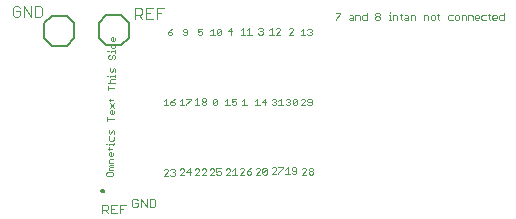
<source format=gto>
G75*
%MOIN*%
%OFA0B0*%
%FSLAX25Y25*%
%IPPOS*%
%LPD*%
%AMOC8*
5,1,8,0,0,1.08239X$1,22.5*
%
%ADD10C,0.00300*%
%ADD11C,0.00200*%
%ADD12C,0.00800*%
%ADD13C,0.00600*%
%ADD14C,0.00400*%
D10*
X0037383Y0009824D02*
X0037383Y0012726D01*
X0038834Y0012726D01*
X0039318Y0012243D01*
X0039318Y0011275D01*
X0038834Y0010791D01*
X0037383Y0010791D01*
X0038351Y0010791D02*
X0039318Y0009824D01*
X0040330Y0009824D02*
X0042265Y0009824D01*
X0043276Y0009824D02*
X0043276Y0012726D01*
X0045211Y0012726D01*
X0047226Y0012276D02*
X0047709Y0011793D01*
X0048677Y0011793D01*
X0049161Y0012276D01*
X0049161Y0013244D01*
X0048193Y0013244D01*
X0047226Y0014211D02*
X0047226Y0012276D01*
X0050172Y0011793D02*
X0050172Y0014695D01*
X0052107Y0011793D01*
X0052107Y0014695D01*
X0053119Y0014695D02*
X0054570Y0014695D01*
X0055054Y0014211D01*
X0055054Y0012276D01*
X0054570Y0011793D01*
X0053119Y0011793D01*
X0053119Y0014695D01*
X0049161Y0014211D02*
X0048677Y0014695D01*
X0047709Y0014695D01*
X0047226Y0014211D01*
X0042265Y0012726D02*
X0040330Y0012726D01*
X0040330Y0009824D01*
X0040330Y0011275D02*
X0041297Y0011275D01*
X0043276Y0011275D02*
X0044244Y0011275D01*
D11*
X0040508Y0022184D02*
X0039040Y0022209D01*
X0038680Y0022583D01*
X0038693Y0023316D01*
X0039066Y0023677D01*
X0040534Y0023651D01*
X0040894Y0023278D01*
X0040881Y0022544D01*
X0040508Y0022184D01*
X0040914Y0024387D02*
X0039446Y0024412D01*
X0039452Y0024779D01*
X0039826Y0025140D01*
X0039465Y0025513D01*
X0039838Y0025874D01*
X0040939Y0025855D01*
X0040926Y0025121D02*
X0039826Y0025140D01*
X0039484Y0026622D02*
X0039504Y0027723D01*
X0039877Y0028083D01*
X0040978Y0028064D01*
X0040624Y0028812D02*
X0039890Y0028825D01*
X0039529Y0029198D01*
X0039542Y0029932D01*
X0039916Y0030293D01*
X0040282Y0030286D01*
X0040257Y0028819D01*
X0040624Y0028812D02*
X0040997Y0029173D01*
X0041010Y0029907D01*
X0039562Y0031041D02*
X0039574Y0031775D01*
X0039201Y0031414D02*
X0040669Y0031389D01*
X0041042Y0031749D01*
X0041055Y0032488D02*
X0041068Y0033222D01*
X0041061Y0032855D02*
X0039594Y0032881D01*
X0039587Y0032514D01*
X0038860Y0032894D02*
X0038493Y0032900D01*
X0039980Y0033981D02*
X0040714Y0033968D01*
X0041087Y0034328D01*
X0041106Y0035429D01*
X0041119Y0036171D02*
X0041138Y0037272D01*
X0040778Y0037645D01*
X0040405Y0037285D01*
X0040392Y0036551D01*
X0040018Y0036190D01*
X0039658Y0036564D01*
X0039677Y0037664D01*
X0039639Y0035455D02*
X0039619Y0034354D01*
X0039980Y0033981D01*
X0038995Y0040629D02*
X0039020Y0042096D01*
X0039008Y0041362D02*
X0041209Y0041324D01*
X0040868Y0042806D02*
X0040134Y0042819D01*
X0039774Y0043192D01*
X0039786Y0043926D01*
X0040160Y0044287D01*
X0040527Y0044280D01*
X0040501Y0042812D01*
X0040868Y0042806D02*
X0041241Y0043167D01*
X0041254Y0043900D01*
X0041273Y0045009D02*
X0039831Y0046502D01*
X0039844Y0047244D02*
X0039857Y0047978D01*
X0039484Y0047618D02*
X0040951Y0047592D01*
X0041325Y0047953D01*
X0041299Y0046477D02*
X0039806Y0045035D01*
X0039175Y0050940D02*
X0039200Y0052407D01*
X0039188Y0051674D02*
X0041389Y0051635D01*
X0041415Y0053111D02*
X0039213Y0053149D01*
X0039953Y0053503D02*
X0039966Y0054237D01*
X0040340Y0054598D01*
X0041440Y0054578D01*
X0041453Y0055320D02*
X0041466Y0056054D01*
X0041460Y0055687D02*
X0039992Y0055713D01*
X0039986Y0055346D01*
X0039258Y0055726D02*
X0038891Y0055732D01*
X0040378Y0056813D02*
X0040018Y0057186D01*
X0040037Y0058287D01*
X0040764Y0057907D02*
X0040752Y0057173D01*
X0040378Y0056813D01*
X0041479Y0056793D02*
X0041498Y0057894D01*
X0041138Y0058267D01*
X0040764Y0057907D01*
X0041189Y0061219D02*
X0041563Y0061579D01*
X0041575Y0062313D01*
X0041215Y0062687D01*
X0040848Y0062693D01*
X0040475Y0062332D01*
X0040462Y0061599D01*
X0040088Y0061238D01*
X0039722Y0061244D01*
X0039361Y0061618D01*
X0039374Y0062352D01*
X0039747Y0062712D01*
X0040127Y0063448D02*
X0040133Y0063814D01*
X0041601Y0063789D01*
X0041595Y0063422D02*
X0041608Y0064156D01*
X0041253Y0064901D02*
X0040520Y0064914D01*
X0040159Y0065287D01*
X0040178Y0066388D01*
X0039445Y0066401D02*
X0041646Y0066363D01*
X0041627Y0065262D01*
X0041253Y0064901D01*
X0039400Y0063827D02*
X0039033Y0063834D01*
X0040558Y0067124D02*
X0040198Y0067497D01*
X0040210Y0068231D01*
X0040584Y0068591D01*
X0040951Y0068585D01*
X0040925Y0067117D01*
X0041292Y0067111D02*
X0040558Y0067124D01*
X0041292Y0067111D02*
X0041665Y0067471D01*
X0041678Y0068205D01*
X0059183Y0069590D02*
X0059550Y0069223D01*
X0060284Y0069223D01*
X0060651Y0069590D01*
X0060651Y0069957D01*
X0060284Y0070324D01*
X0059183Y0070324D01*
X0059183Y0069590D01*
X0059183Y0070324D02*
X0059917Y0071058D01*
X0060651Y0071425D01*
X0064105Y0071058D02*
X0064105Y0070691D01*
X0064472Y0070324D01*
X0065573Y0070324D01*
X0065573Y0069590D02*
X0065573Y0071058D01*
X0065206Y0071425D01*
X0064472Y0071425D01*
X0064105Y0071058D01*
X0064105Y0069590D02*
X0064472Y0069223D01*
X0065206Y0069223D01*
X0065573Y0069590D01*
X0069223Y0069590D02*
X0069590Y0069223D01*
X0070324Y0069223D01*
X0070691Y0069590D01*
X0070691Y0070324D01*
X0070324Y0070691D01*
X0069957Y0070691D01*
X0069223Y0070324D01*
X0069223Y0071425D01*
X0070691Y0071425D01*
X0073357Y0070691D02*
X0074091Y0071425D01*
X0074091Y0069223D01*
X0073357Y0069223D02*
X0074825Y0069223D01*
X0075567Y0069590D02*
X0077034Y0071058D01*
X0077034Y0069590D01*
X0076668Y0069223D01*
X0075934Y0069223D01*
X0075567Y0069590D01*
X0075567Y0071058D01*
X0075934Y0071425D01*
X0076668Y0071425D01*
X0077034Y0071058D01*
X0079065Y0070521D02*
X0080533Y0070521D01*
X0080166Y0069420D02*
X0080166Y0071622D01*
X0079065Y0070521D01*
X0083396Y0070888D02*
X0084130Y0071622D01*
X0084130Y0069420D01*
X0083396Y0069420D02*
X0084864Y0069420D01*
X0085606Y0069420D02*
X0087074Y0069420D01*
X0086340Y0069420D02*
X0086340Y0071622D01*
X0085606Y0070888D01*
X0089302Y0071255D02*
X0089669Y0071622D01*
X0090403Y0071622D01*
X0090769Y0071255D01*
X0090769Y0070888D01*
X0090403Y0070521D01*
X0090769Y0070154D01*
X0090769Y0069787D01*
X0090403Y0069420D01*
X0089669Y0069420D01*
X0089302Y0069787D01*
X0090036Y0070521D02*
X0090403Y0070521D01*
X0093042Y0070888D02*
X0093776Y0071622D01*
X0093776Y0069420D01*
X0093042Y0069420D02*
X0094510Y0069420D01*
X0095252Y0069420D02*
X0096720Y0070888D01*
X0096720Y0071255D01*
X0096353Y0071622D01*
X0095619Y0071622D01*
X0095252Y0071255D01*
X0095252Y0069420D02*
X0096720Y0069420D01*
X0099538Y0069420D02*
X0101006Y0070888D01*
X0101006Y0071255D01*
X0100639Y0071622D01*
X0099905Y0071622D01*
X0099538Y0071255D01*
X0099538Y0069420D02*
X0101006Y0069420D01*
X0103475Y0069223D02*
X0104943Y0069223D01*
X0104209Y0069223D02*
X0104209Y0071425D01*
X0103475Y0070691D01*
X0105685Y0071058D02*
X0106052Y0071425D01*
X0106786Y0071425D01*
X0107153Y0071058D01*
X0107153Y0070691D01*
X0106786Y0070324D01*
X0107153Y0069957D01*
X0107153Y0069590D01*
X0106786Y0069223D01*
X0106052Y0069223D01*
X0105685Y0069590D01*
X0106419Y0070324D02*
X0106786Y0070324D01*
X0115089Y0074341D02*
X0115089Y0074708D01*
X0116557Y0076176D01*
X0116557Y0076543D01*
X0115089Y0076543D01*
X0119509Y0074708D02*
X0119876Y0075075D01*
X0120977Y0075075D01*
X0120977Y0075442D02*
X0120977Y0074341D01*
X0119876Y0074341D01*
X0119509Y0074708D01*
X0120610Y0075809D02*
X0120977Y0075442D01*
X0120610Y0075809D02*
X0119876Y0075809D01*
X0121719Y0075809D02*
X0122820Y0075809D01*
X0123187Y0075442D01*
X0123187Y0074341D01*
X0123928Y0074708D02*
X0123928Y0075442D01*
X0124295Y0075809D01*
X0125396Y0075809D01*
X0125396Y0076543D02*
X0125396Y0074341D01*
X0124295Y0074341D01*
X0123928Y0074708D01*
X0121719Y0074341D02*
X0121719Y0075809D01*
X0128348Y0075809D02*
X0128348Y0076176D01*
X0128715Y0076543D01*
X0129449Y0076543D01*
X0129816Y0076176D01*
X0129816Y0075809D01*
X0129449Y0075442D01*
X0128715Y0075442D01*
X0128348Y0075809D01*
X0128715Y0075442D02*
X0128348Y0075075D01*
X0128348Y0074708D01*
X0128715Y0074341D01*
X0129449Y0074341D01*
X0129816Y0074708D01*
X0129816Y0075075D01*
X0129449Y0075442D01*
X0132768Y0075809D02*
X0133135Y0075809D01*
X0133135Y0074341D01*
X0132768Y0074341D02*
X0133502Y0074341D01*
X0134241Y0074341D02*
X0134241Y0075809D01*
X0135342Y0075809D01*
X0135709Y0075442D01*
X0135709Y0074341D01*
X0136818Y0074708D02*
X0137185Y0074341D01*
X0136818Y0074708D02*
X0136818Y0076176D01*
X0136451Y0075809D02*
X0137185Y0075809D01*
X0138291Y0075809D02*
X0139025Y0075809D01*
X0139392Y0075442D01*
X0139392Y0074341D01*
X0138291Y0074341D01*
X0137924Y0074708D01*
X0138291Y0075075D01*
X0139392Y0075075D01*
X0140134Y0074341D02*
X0140134Y0075809D01*
X0141235Y0075809D01*
X0141602Y0075442D01*
X0141602Y0074341D01*
X0144554Y0074341D02*
X0144554Y0075809D01*
X0145655Y0075809D01*
X0146022Y0075442D01*
X0146022Y0074341D01*
X0146764Y0074708D02*
X0147131Y0074341D01*
X0147865Y0074341D01*
X0148232Y0074708D01*
X0148232Y0075442D01*
X0147865Y0075809D01*
X0147131Y0075809D01*
X0146764Y0075442D01*
X0146764Y0074708D01*
X0148974Y0075809D02*
X0149708Y0075809D01*
X0149341Y0076176D02*
X0149341Y0074708D01*
X0149708Y0074341D01*
X0152657Y0074708D02*
X0153024Y0074341D01*
X0154125Y0074341D01*
X0154867Y0074708D02*
X0155234Y0074341D01*
X0155968Y0074341D01*
X0156335Y0074708D01*
X0156335Y0075442D01*
X0155968Y0075809D01*
X0155234Y0075809D01*
X0154867Y0075442D01*
X0154867Y0074708D01*
X0153024Y0075809D02*
X0152657Y0075442D01*
X0152657Y0074708D01*
X0153024Y0075809D02*
X0154125Y0075809D01*
X0157077Y0075809D02*
X0157077Y0074341D01*
X0158545Y0074341D02*
X0158545Y0075442D01*
X0158178Y0075809D01*
X0157077Y0075809D01*
X0159287Y0075809D02*
X0160388Y0075809D01*
X0160754Y0075442D01*
X0160754Y0074341D01*
X0161496Y0074708D02*
X0161496Y0075442D01*
X0161863Y0075809D01*
X0162597Y0075809D01*
X0162964Y0075442D01*
X0162964Y0075075D01*
X0161496Y0075075D01*
X0161496Y0074708D02*
X0161863Y0074341D01*
X0162597Y0074341D01*
X0163706Y0074708D02*
X0163706Y0075442D01*
X0164073Y0075809D01*
X0165174Y0075809D01*
X0165916Y0075809D02*
X0166650Y0075809D01*
X0166283Y0076176D02*
X0166283Y0074708D01*
X0166650Y0074341D01*
X0167389Y0074708D02*
X0167389Y0075442D01*
X0167756Y0075809D01*
X0168490Y0075809D01*
X0168857Y0075442D01*
X0168857Y0075075D01*
X0167389Y0075075D01*
X0167389Y0074708D02*
X0167756Y0074341D01*
X0168490Y0074341D01*
X0169599Y0074708D02*
X0169599Y0075442D01*
X0169966Y0075809D01*
X0171067Y0075809D01*
X0171067Y0076543D02*
X0171067Y0074341D01*
X0169966Y0074341D01*
X0169599Y0074708D01*
X0165174Y0074341D02*
X0164073Y0074341D01*
X0163706Y0074708D01*
X0159287Y0074341D02*
X0159287Y0075809D01*
X0133135Y0076543D02*
X0133135Y0076910D01*
X0106786Y0048000D02*
X0106052Y0048000D01*
X0105685Y0047633D01*
X0105685Y0047266D01*
X0106052Y0046899D01*
X0107153Y0046899D01*
X0107153Y0046165D02*
X0107153Y0047633D01*
X0106786Y0048000D01*
X0104943Y0047633D02*
X0104576Y0048000D01*
X0103842Y0048000D01*
X0103475Y0047633D01*
X0102231Y0047633D02*
X0100763Y0046165D01*
X0101130Y0045798D01*
X0101864Y0045798D01*
X0102231Y0046165D01*
X0102231Y0047633D01*
X0101864Y0048000D01*
X0101130Y0048000D01*
X0100763Y0047633D01*
X0100763Y0046165D01*
X0100021Y0046165D02*
X0099654Y0045798D01*
X0098921Y0045798D01*
X0098554Y0046165D01*
X0099287Y0046899D02*
X0099654Y0046899D01*
X0100021Y0046532D01*
X0100021Y0046165D01*
X0099654Y0046899D02*
X0100021Y0047266D01*
X0100021Y0047633D01*
X0099654Y0048000D01*
X0098921Y0048000D01*
X0098554Y0047633D01*
X0096773Y0048000D02*
X0096773Y0045798D01*
X0096039Y0045798D02*
X0097507Y0045798D01*
X0095297Y0046165D02*
X0094930Y0045798D01*
X0094196Y0045798D01*
X0093829Y0046165D01*
X0094563Y0046899D02*
X0094930Y0046899D01*
X0095297Y0046532D01*
X0095297Y0046165D01*
X0094930Y0046899D02*
X0095297Y0047266D01*
X0095297Y0047633D01*
X0094930Y0048000D01*
X0094196Y0048000D01*
X0093829Y0047633D01*
X0091995Y0046899D02*
X0090527Y0046899D01*
X0091628Y0048000D01*
X0091628Y0045798D01*
X0089785Y0045798D02*
X0088317Y0045798D01*
X0089051Y0045798D02*
X0089051Y0048000D01*
X0088317Y0047266D01*
X0085455Y0045798D02*
X0083987Y0045798D01*
X0084721Y0045798D02*
X0084721Y0048000D01*
X0083987Y0047266D01*
X0081956Y0046899D02*
X0081956Y0046165D01*
X0081589Y0045798D01*
X0080855Y0045798D01*
X0080488Y0046165D01*
X0080488Y0046899D02*
X0081222Y0047266D01*
X0081589Y0047266D01*
X0081956Y0046899D01*
X0080488Y0046899D02*
X0080488Y0048000D01*
X0081956Y0048000D01*
X0079012Y0048000D02*
X0079012Y0045798D01*
X0078278Y0045798D02*
X0079746Y0045798D01*
X0078278Y0047266D02*
X0079012Y0048000D01*
X0075612Y0047633D02*
X0075612Y0046165D01*
X0075245Y0045798D01*
X0074511Y0045798D01*
X0074144Y0046165D01*
X0075612Y0047633D01*
X0075245Y0048000D01*
X0074511Y0048000D01*
X0074144Y0047633D01*
X0074144Y0046165D01*
X0071916Y0046361D02*
X0071549Y0045994D01*
X0070815Y0045994D01*
X0070448Y0046361D01*
X0070448Y0046728D01*
X0070815Y0047095D01*
X0071549Y0047095D01*
X0071916Y0046728D01*
X0071916Y0046361D01*
X0071549Y0047095D02*
X0071916Y0047462D01*
X0071916Y0047829D01*
X0071549Y0048196D01*
X0070815Y0048196D01*
X0070448Y0047829D01*
X0070448Y0047462D01*
X0070815Y0047095D01*
X0068973Y0048196D02*
X0068973Y0045994D01*
X0069706Y0045994D02*
X0068239Y0045994D01*
X0066798Y0047633D02*
X0065330Y0046165D01*
X0065330Y0045798D01*
X0064588Y0045798D02*
X0063120Y0045798D01*
X0063854Y0045798D02*
X0063854Y0048000D01*
X0063120Y0047266D01*
X0061483Y0048000D02*
X0060749Y0047633D01*
X0060015Y0046899D01*
X0061116Y0046899D01*
X0061483Y0046532D01*
X0061483Y0046165D01*
X0061116Y0045798D01*
X0060382Y0045798D01*
X0060015Y0046165D01*
X0060015Y0046899D01*
X0059273Y0045798D02*
X0057806Y0045798D01*
X0058539Y0045798D02*
X0058539Y0048000D01*
X0057806Y0047266D01*
X0065330Y0048000D02*
X0066798Y0048000D01*
X0066798Y0047633D01*
X0068239Y0047462D02*
X0068973Y0048196D01*
X0096039Y0047266D02*
X0096773Y0048000D01*
X0103475Y0045798D02*
X0104943Y0047266D01*
X0104943Y0047633D01*
X0105685Y0046165D02*
X0106052Y0045798D01*
X0106786Y0045798D01*
X0107153Y0046165D01*
X0104943Y0045798D02*
X0103475Y0045798D01*
X0101668Y0025165D02*
X0100934Y0025165D01*
X0100567Y0024798D01*
X0100567Y0024431D01*
X0100934Y0024064D01*
X0102034Y0024064D01*
X0102034Y0024798D02*
X0101668Y0025165D01*
X0102034Y0024798D02*
X0102034Y0023330D01*
X0101668Y0022963D01*
X0100934Y0022963D01*
X0100567Y0023330D01*
X0099825Y0022963D02*
X0098357Y0022963D01*
X0099091Y0022963D02*
X0099091Y0025165D01*
X0098357Y0024431D01*
X0097507Y0024798D02*
X0096039Y0023330D01*
X0096039Y0022963D01*
X0095297Y0022963D02*
X0093829Y0022963D01*
X0095297Y0024431D01*
X0095297Y0024798D01*
X0094930Y0025165D01*
X0094196Y0025165D01*
X0093829Y0024798D01*
X0092192Y0024601D02*
X0090724Y0023133D01*
X0091091Y0022766D01*
X0091825Y0022766D01*
X0092192Y0023133D01*
X0092192Y0024601D01*
X0091825Y0024968D01*
X0091091Y0024968D01*
X0090724Y0024601D01*
X0090724Y0023133D01*
X0089982Y0022766D02*
X0088514Y0022766D01*
X0089982Y0024234D01*
X0089982Y0024601D01*
X0089615Y0024968D01*
X0088881Y0024968D01*
X0088514Y0024601D01*
X0086877Y0024968D02*
X0086143Y0024601D01*
X0085409Y0023867D01*
X0086510Y0023867D01*
X0086877Y0023500D01*
X0086877Y0023133D01*
X0086510Y0022766D01*
X0085776Y0022766D01*
X0085409Y0023133D01*
X0085409Y0023867D01*
X0084667Y0024234D02*
X0084667Y0024601D01*
X0084300Y0024968D01*
X0083566Y0024968D01*
X0083199Y0024601D01*
X0084667Y0024234D02*
X0083199Y0022766D01*
X0084667Y0022766D01*
X0082153Y0022569D02*
X0080685Y0022569D01*
X0081419Y0022569D02*
X0081419Y0024771D01*
X0080685Y0024037D01*
X0079943Y0024037D02*
X0079943Y0024404D01*
X0079576Y0024771D01*
X0078842Y0024771D01*
X0078475Y0024404D01*
X0079943Y0024037D02*
X0078475Y0022569D01*
X0079943Y0022569D01*
X0076838Y0022936D02*
X0076838Y0023670D01*
X0076471Y0024037D01*
X0076104Y0024037D01*
X0075370Y0023670D01*
X0075370Y0024771D01*
X0076838Y0024771D01*
X0074628Y0024404D02*
X0074261Y0024771D01*
X0073527Y0024771D01*
X0073160Y0024404D01*
X0071916Y0024404D02*
X0071549Y0024771D01*
X0070815Y0024771D01*
X0070448Y0024404D01*
X0069706Y0024404D02*
X0069340Y0024771D01*
X0068606Y0024771D01*
X0068239Y0024404D01*
X0069706Y0024404D02*
X0069706Y0024037D01*
X0068239Y0022569D01*
X0069706Y0022569D01*
X0070448Y0022569D02*
X0071916Y0024037D01*
X0071916Y0024404D01*
X0073160Y0022569D02*
X0074628Y0024037D01*
X0074628Y0024404D01*
X0075370Y0022936D02*
X0075737Y0022569D01*
X0076471Y0022569D01*
X0076838Y0022936D01*
X0074628Y0022569D02*
X0073160Y0022569D01*
X0071916Y0022569D02*
X0070448Y0022569D01*
X0066798Y0023670D02*
X0065330Y0023670D01*
X0066431Y0024771D01*
X0066431Y0022569D01*
X0064588Y0022569D02*
X0063120Y0022569D01*
X0064588Y0024037D01*
X0064588Y0024404D01*
X0064221Y0024771D01*
X0063487Y0024771D01*
X0063120Y0024404D01*
X0061483Y0024207D02*
X0061483Y0023840D01*
X0061116Y0023473D01*
X0061483Y0023106D01*
X0061483Y0022739D01*
X0061116Y0022372D01*
X0060382Y0022372D01*
X0060015Y0022739D01*
X0059273Y0022372D02*
X0057806Y0022372D01*
X0059273Y0023840D01*
X0059273Y0024207D01*
X0058906Y0024574D01*
X0058172Y0024574D01*
X0057806Y0024207D01*
X0060015Y0024207D02*
X0060382Y0024574D01*
X0061116Y0024574D01*
X0061483Y0024207D01*
X0061116Y0023473D02*
X0060749Y0023473D01*
X0040952Y0026596D02*
X0039484Y0026622D01*
X0040314Y0053130D02*
X0039953Y0053503D01*
X0096039Y0025165D02*
X0097507Y0025165D01*
X0097507Y0024798D01*
X0103869Y0024601D02*
X0104235Y0024968D01*
X0104969Y0024968D01*
X0105336Y0024601D01*
X0105336Y0024234D01*
X0103869Y0022766D01*
X0105336Y0022766D01*
X0106078Y0023133D02*
X0106445Y0022766D01*
X0107179Y0022766D01*
X0107546Y0023133D01*
X0107546Y0023500D01*
X0107179Y0023867D01*
X0106445Y0023867D01*
X0106078Y0024234D01*
X0106078Y0024601D01*
X0106445Y0024968D01*
X0107179Y0024968D01*
X0107546Y0024601D01*
X0107546Y0024234D01*
X0107179Y0023867D01*
X0106445Y0023867D02*
X0106078Y0023500D01*
X0106078Y0023133D01*
D12*
X0037000Y0017320D02*
X0037002Y0017360D01*
X0037008Y0017400D01*
X0037018Y0017440D01*
X0037031Y0017478D01*
X0037049Y0017514D01*
X0037069Y0017549D01*
X0037094Y0017581D01*
X0037121Y0017611D01*
X0037151Y0017638D01*
X0037183Y0017663D01*
X0037218Y0017683D01*
X0037254Y0017701D01*
X0037292Y0017714D01*
X0037332Y0017724D01*
X0037372Y0017730D01*
X0037412Y0017732D01*
X0037452Y0017730D01*
X0037492Y0017724D01*
X0037532Y0017714D01*
X0037570Y0017701D01*
X0037606Y0017683D01*
X0037641Y0017663D01*
X0037673Y0017638D01*
X0037703Y0017611D01*
X0037730Y0017581D01*
X0037755Y0017549D01*
X0037775Y0017514D01*
X0037793Y0017478D01*
X0037806Y0017440D01*
X0037816Y0017400D01*
X0037822Y0017360D01*
X0037824Y0017320D01*
X0037822Y0017280D01*
X0037816Y0017240D01*
X0037806Y0017200D01*
X0037793Y0017162D01*
X0037775Y0017126D01*
X0037755Y0017091D01*
X0037730Y0017059D01*
X0037703Y0017029D01*
X0037673Y0017002D01*
X0037641Y0016977D01*
X0037606Y0016957D01*
X0037570Y0016939D01*
X0037532Y0016926D01*
X0037492Y0016916D01*
X0037452Y0016910D01*
X0037412Y0016908D01*
X0037372Y0016910D01*
X0037332Y0016916D01*
X0037292Y0016926D01*
X0037254Y0016939D01*
X0037218Y0016957D01*
X0037183Y0016977D01*
X0037151Y0017002D01*
X0037121Y0017029D01*
X0037094Y0017059D01*
X0037069Y0017091D01*
X0037049Y0017126D01*
X0037031Y0017162D01*
X0037018Y0017200D01*
X0037008Y0017240D01*
X0037002Y0017280D01*
X0037000Y0017320D01*
D13*
X0025560Y0065698D02*
X0020560Y0065698D01*
X0018060Y0068198D01*
X0018060Y0073198D01*
X0020560Y0075698D01*
X0025560Y0075698D01*
X0028060Y0073198D01*
X0028060Y0068198D01*
X0025560Y0065698D01*
X0036170Y0068394D02*
X0038670Y0065894D01*
X0043670Y0065894D01*
X0046170Y0068394D01*
X0046170Y0073394D01*
X0043670Y0075894D01*
X0038670Y0075894D01*
X0036170Y0073394D01*
X0036170Y0068394D01*
D14*
X0048275Y0074751D02*
X0048275Y0078354D01*
X0050076Y0078354D01*
X0050677Y0077754D01*
X0050677Y0076553D01*
X0050076Y0075952D01*
X0048275Y0075952D01*
X0049476Y0075952D02*
X0050677Y0074751D01*
X0051958Y0074751D02*
X0054360Y0074751D01*
X0055641Y0074751D02*
X0055641Y0078354D01*
X0058043Y0078354D01*
X0054360Y0078354D02*
X0051958Y0078354D01*
X0051958Y0074751D01*
X0051958Y0076553D02*
X0053159Y0076553D01*
X0055641Y0076553D02*
X0056842Y0076553D01*
X0017295Y0075942D02*
X0017295Y0078344D01*
X0016695Y0078945D01*
X0014893Y0078945D01*
X0014893Y0075342D01*
X0016695Y0075342D01*
X0017295Y0075942D01*
X0013612Y0075342D02*
X0013612Y0078945D01*
X0011210Y0078945D02*
X0013612Y0075342D01*
X0011210Y0075342D02*
X0011210Y0078945D01*
X0009929Y0078344D02*
X0009328Y0078945D01*
X0008127Y0078945D01*
X0007527Y0078344D01*
X0007527Y0075942D01*
X0008127Y0075342D01*
X0009328Y0075342D01*
X0009929Y0075942D01*
X0009929Y0077143D01*
X0008728Y0077143D01*
M02*

</source>
